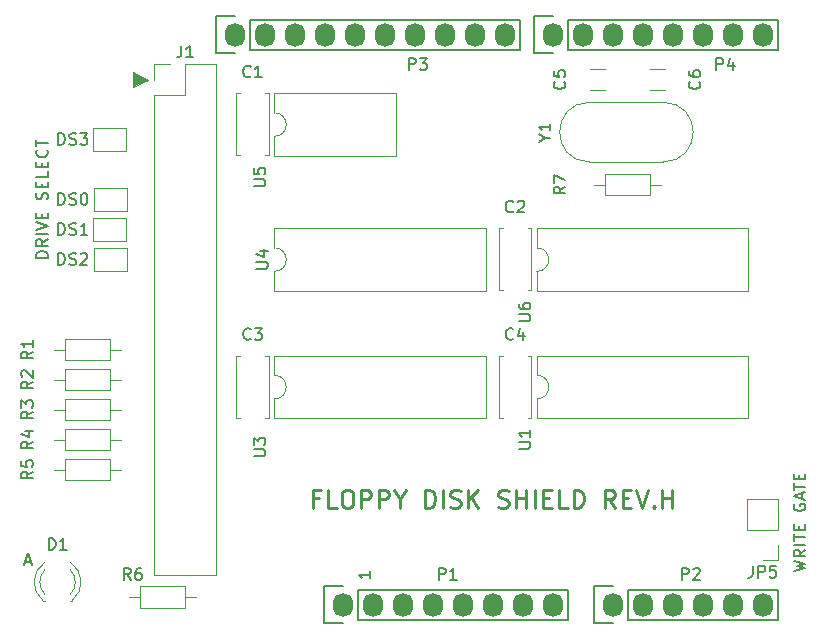
<source format=gto>
G04 #@! TF.GenerationSoftware,KiCad,Pcbnew,(6.0.7)*
G04 #@! TF.CreationDate,2022-09-30T08:14:15+09:00*
G04 #@! TF.ProjectId,fdshield,66647368-6965-46c6-942e-6b696361645f,rev?*
G04 #@! TF.SameCoordinates,Original*
G04 #@! TF.FileFunction,Legend,Top*
G04 #@! TF.FilePolarity,Positive*
%FSLAX46Y46*%
G04 Gerber Fmt 4.6, Leading zero omitted, Abs format (unit mm)*
G04 Created by KiCad (PCBNEW (6.0.7)) date 2022-09-30 08:14:15*
%MOMM*%
%LPD*%
G01*
G04 APERTURE LIST*
%ADD10C,0.150000*%
%ADD11C,0.100000*%
%ADD12C,0.250000*%
%ADD13C,0.120000*%
%ADD14O,1.727200X2.032000*%
G04 APERTURE END LIST*
D10*
X113990380Y-94463571D02*
X112990380Y-94463571D01*
X112990380Y-94225476D01*
X113038000Y-94082619D01*
X113133238Y-93987380D01*
X113228476Y-93939761D01*
X113418952Y-93892142D01*
X113561809Y-93892142D01*
X113752285Y-93939761D01*
X113847523Y-93987380D01*
X113942761Y-94082619D01*
X113990380Y-94225476D01*
X113990380Y-94463571D01*
X113990380Y-92892142D02*
X113514190Y-93225476D01*
X113990380Y-93463571D02*
X112990380Y-93463571D01*
X112990380Y-93082619D01*
X113038000Y-92987380D01*
X113085619Y-92939761D01*
X113180857Y-92892142D01*
X113323714Y-92892142D01*
X113418952Y-92939761D01*
X113466571Y-92987380D01*
X113514190Y-93082619D01*
X113514190Y-93463571D01*
X113990380Y-92463571D02*
X112990380Y-92463571D01*
X112990380Y-92130238D02*
X113990380Y-91796904D01*
X112990380Y-91463571D01*
X113466571Y-91130238D02*
X113466571Y-90796904D01*
X113990380Y-90654047D02*
X113990380Y-91130238D01*
X112990380Y-91130238D01*
X112990380Y-90654047D01*
X113942761Y-89511190D02*
X113990380Y-89368333D01*
X113990380Y-89130238D01*
X113942761Y-89035000D01*
X113895142Y-88987380D01*
X113799904Y-88939761D01*
X113704666Y-88939761D01*
X113609428Y-88987380D01*
X113561809Y-89035000D01*
X113514190Y-89130238D01*
X113466571Y-89320714D01*
X113418952Y-89415952D01*
X113371333Y-89463571D01*
X113276095Y-89511190D01*
X113180857Y-89511190D01*
X113085619Y-89463571D01*
X113038000Y-89415952D01*
X112990380Y-89320714D01*
X112990380Y-89082619D01*
X113038000Y-88939761D01*
X113466571Y-88511190D02*
X113466571Y-88177857D01*
X113990380Y-88035000D02*
X113990380Y-88511190D01*
X112990380Y-88511190D01*
X112990380Y-88035000D01*
X113990380Y-87130238D02*
X113990380Y-87606428D01*
X112990380Y-87606428D01*
X113466571Y-86796904D02*
X113466571Y-86463571D01*
X113990380Y-86320714D02*
X113990380Y-86796904D01*
X112990380Y-86796904D01*
X112990380Y-86320714D01*
X113895142Y-85320714D02*
X113942761Y-85368333D01*
X113990380Y-85511190D01*
X113990380Y-85606428D01*
X113942761Y-85749285D01*
X113847523Y-85844523D01*
X113752285Y-85892142D01*
X113561809Y-85939761D01*
X113418952Y-85939761D01*
X113228476Y-85892142D01*
X113133238Y-85844523D01*
X113038000Y-85749285D01*
X112990380Y-85606428D01*
X112990380Y-85511190D01*
X113038000Y-85368333D01*
X113085619Y-85320714D01*
X112990380Y-85035000D02*
X112990380Y-84463571D01*
X113990380Y-84749285D02*
X112990380Y-84749285D01*
D11*
G36*
X122428000Y-79375000D02*
G01*
X121158000Y-80010000D01*
X121158000Y-78740000D01*
X122428000Y-79375000D01*
G37*
X122428000Y-79375000D02*
X121158000Y-80010000D01*
X121158000Y-78740000D01*
X122428000Y-79375000D01*
D10*
X141295380Y-120999285D02*
X141295380Y-121570714D01*
X141295380Y-121285000D02*
X140295380Y-121285000D01*
X140438238Y-121380238D01*
X140533476Y-121475476D01*
X140581095Y-121570714D01*
D12*
X136923714Y-114827857D02*
X136423714Y-114827857D01*
X136423714Y-115613571D02*
X136423714Y-114113571D01*
X137138000Y-114113571D01*
X138423714Y-115613571D02*
X137709428Y-115613571D01*
X137709428Y-114113571D01*
X139209428Y-114113571D02*
X139495142Y-114113571D01*
X139638000Y-114185000D01*
X139780857Y-114327857D01*
X139852285Y-114613571D01*
X139852285Y-115113571D01*
X139780857Y-115399285D01*
X139638000Y-115542142D01*
X139495142Y-115613571D01*
X139209428Y-115613571D01*
X139066571Y-115542142D01*
X138923714Y-115399285D01*
X138852285Y-115113571D01*
X138852285Y-114613571D01*
X138923714Y-114327857D01*
X139066571Y-114185000D01*
X139209428Y-114113571D01*
X140495142Y-115613571D02*
X140495142Y-114113571D01*
X141066571Y-114113571D01*
X141209428Y-114185000D01*
X141280857Y-114256428D01*
X141352285Y-114399285D01*
X141352285Y-114613571D01*
X141280857Y-114756428D01*
X141209428Y-114827857D01*
X141066571Y-114899285D01*
X140495142Y-114899285D01*
X141995142Y-115613571D02*
X141995142Y-114113571D01*
X142566571Y-114113571D01*
X142709428Y-114185000D01*
X142780857Y-114256428D01*
X142852285Y-114399285D01*
X142852285Y-114613571D01*
X142780857Y-114756428D01*
X142709428Y-114827857D01*
X142566571Y-114899285D01*
X141995142Y-114899285D01*
X143780857Y-114899285D02*
X143780857Y-115613571D01*
X143280857Y-114113571D02*
X143780857Y-114899285D01*
X144280857Y-114113571D01*
X145923714Y-115613571D02*
X145923714Y-114113571D01*
X146280857Y-114113571D01*
X146495142Y-114185000D01*
X146638000Y-114327857D01*
X146709428Y-114470714D01*
X146780857Y-114756428D01*
X146780857Y-114970714D01*
X146709428Y-115256428D01*
X146638000Y-115399285D01*
X146495142Y-115542142D01*
X146280857Y-115613571D01*
X145923714Y-115613571D01*
X147423714Y-115613571D02*
X147423714Y-114113571D01*
X148066571Y-115542142D02*
X148280857Y-115613571D01*
X148638000Y-115613571D01*
X148780857Y-115542142D01*
X148852285Y-115470714D01*
X148923714Y-115327857D01*
X148923714Y-115185000D01*
X148852285Y-115042142D01*
X148780857Y-114970714D01*
X148638000Y-114899285D01*
X148352285Y-114827857D01*
X148209428Y-114756428D01*
X148138000Y-114685000D01*
X148066571Y-114542142D01*
X148066571Y-114399285D01*
X148138000Y-114256428D01*
X148209428Y-114185000D01*
X148352285Y-114113571D01*
X148709428Y-114113571D01*
X148923714Y-114185000D01*
X149566571Y-115613571D02*
X149566571Y-114113571D01*
X150423714Y-115613571D02*
X149780857Y-114756428D01*
X150423714Y-114113571D02*
X149566571Y-114970714D01*
X152138000Y-115542142D02*
X152352285Y-115613571D01*
X152709428Y-115613571D01*
X152852285Y-115542142D01*
X152923714Y-115470714D01*
X152995142Y-115327857D01*
X152995142Y-115185000D01*
X152923714Y-115042142D01*
X152852285Y-114970714D01*
X152709428Y-114899285D01*
X152423714Y-114827857D01*
X152280857Y-114756428D01*
X152209428Y-114685000D01*
X152138000Y-114542142D01*
X152138000Y-114399285D01*
X152209428Y-114256428D01*
X152280857Y-114185000D01*
X152423714Y-114113571D01*
X152780857Y-114113571D01*
X152995142Y-114185000D01*
X153638000Y-115613571D02*
X153638000Y-114113571D01*
X153638000Y-114827857D02*
X154495142Y-114827857D01*
X154495142Y-115613571D02*
X154495142Y-114113571D01*
X155209428Y-115613571D02*
X155209428Y-114113571D01*
X155923714Y-114827857D02*
X156423714Y-114827857D01*
X156638000Y-115613571D02*
X155923714Y-115613571D01*
X155923714Y-114113571D01*
X156638000Y-114113571D01*
X157995142Y-115613571D02*
X157280857Y-115613571D01*
X157280857Y-114113571D01*
X158495142Y-115613571D02*
X158495142Y-114113571D01*
X158852285Y-114113571D01*
X159066571Y-114185000D01*
X159209428Y-114327857D01*
X159280857Y-114470714D01*
X159352285Y-114756428D01*
X159352285Y-114970714D01*
X159280857Y-115256428D01*
X159209428Y-115399285D01*
X159066571Y-115542142D01*
X158852285Y-115613571D01*
X158495142Y-115613571D01*
X161995142Y-115613571D02*
X161495142Y-114899285D01*
X161138000Y-115613571D02*
X161138000Y-114113571D01*
X161709428Y-114113571D01*
X161852285Y-114185000D01*
X161923714Y-114256428D01*
X161995142Y-114399285D01*
X161995142Y-114613571D01*
X161923714Y-114756428D01*
X161852285Y-114827857D01*
X161709428Y-114899285D01*
X161138000Y-114899285D01*
X162638000Y-114827857D02*
X163138000Y-114827857D01*
X163352285Y-115613571D02*
X162638000Y-115613571D01*
X162638000Y-114113571D01*
X163352285Y-114113571D01*
X163780857Y-114113571D02*
X164280857Y-115613571D01*
X164780857Y-114113571D01*
X165280857Y-115470714D02*
X165352285Y-115542142D01*
X165280857Y-115613571D01*
X165209428Y-115542142D01*
X165280857Y-115470714D01*
X165280857Y-115613571D01*
X165995142Y-115613571D02*
X165995142Y-114113571D01*
X165995142Y-114827857D02*
X166852285Y-114827857D01*
X166852285Y-115613571D02*
X166852285Y-114113571D01*
D10*
X112029904Y-120181666D02*
X112506095Y-120181666D01*
X111934666Y-120467380D02*
X112268000Y-119467380D01*
X112601333Y-120467380D01*
G04 #@! TO.C,P1*
X147089904Y-121737380D02*
X147089904Y-120737380D01*
X147470857Y-120737380D01*
X147566095Y-120785000D01*
X147613714Y-120832619D01*
X147661333Y-120927857D01*
X147661333Y-121070714D01*
X147613714Y-121165952D01*
X147566095Y-121213571D01*
X147470857Y-121261190D01*
X147089904Y-121261190D01*
X148613714Y-121737380D02*
X148042285Y-121737380D01*
X148328000Y-121737380D02*
X148328000Y-120737380D01*
X148232761Y-120880238D01*
X148137523Y-120975476D01*
X148042285Y-121023095D01*
G04 #@! TO.C,P2*
X167663904Y-121737380D02*
X167663904Y-120737380D01*
X168044857Y-120737380D01*
X168140095Y-120785000D01*
X168187714Y-120832619D01*
X168235333Y-120927857D01*
X168235333Y-121070714D01*
X168187714Y-121165952D01*
X168140095Y-121213571D01*
X168044857Y-121261190D01*
X167663904Y-121261190D01*
X168616285Y-120832619D02*
X168663904Y-120785000D01*
X168759142Y-120737380D01*
X168997238Y-120737380D01*
X169092476Y-120785000D01*
X169140095Y-120832619D01*
X169187714Y-120927857D01*
X169187714Y-121023095D01*
X169140095Y-121165952D01*
X168568666Y-121737380D01*
X169187714Y-121737380D01*
G04 #@! TO.C,P3*
X144549904Y-78557380D02*
X144549904Y-77557380D01*
X144930857Y-77557380D01*
X145026095Y-77605000D01*
X145073714Y-77652619D01*
X145121333Y-77747857D01*
X145121333Y-77890714D01*
X145073714Y-77985952D01*
X145026095Y-78033571D01*
X144930857Y-78081190D01*
X144549904Y-78081190D01*
X145454666Y-77557380D02*
X146073714Y-77557380D01*
X145740380Y-77938333D01*
X145883238Y-77938333D01*
X145978476Y-77985952D01*
X146026095Y-78033571D01*
X146073714Y-78128809D01*
X146073714Y-78366904D01*
X146026095Y-78462142D01*
X145978476Y-78509761D01*
X145883238Y-78557380D01*
X145597523Y-78557380D01*
X145502285Y-78509761D01*
X145454666Y-78462142D01*
G04 #@! TO.C,P4*
X170584904Y-78557380D02*
X170584904Y-77557380D01*
X170965857Y-77557380D01*
X171061095Y-77605000D01*
X171108714Y-77652619D01*
X171156333Y-77747857D01*
X171156333Y-77890714D01*
X171108714Y-77985952D01*
X171061095Y-78033571D01*
X170965857Y-78081190D01*
X170584904Y-78081190D01*
X172013476Y-77890714D02*
X172013476Y-78557380D01*
X171775380Y-77509761D02*
X171537285Y-78224047D01*
X172156333Y-78224047D01*
G04 #@! TO.C,R6*
X120991333Y-121737380D02*
X120658000Y-121261190D01*
X120419904Y-121737380D02*
X120419904Y-120737380D01*
X120800857Y-120737380D01*
X120896095Y-120785000D01*
X120943714Y-120832619D01*
X120991333Y-120927857D01*
X120991333Y-121070714D01*
X120943714Y-121165952D01*
X120896095Y-121213571D01*
X120800857Y-121261190D01*
X120419904Y-121261190D01*
X121848476Y-120737380D02*
X121658000Y-120737380D01*
X121562761Y-120785000D01*
X121515142Y-120832619D01*
X121419904Y-120975476D01*
X121372285Y-121165952D01*
X121372285Y-121546904D01*
X121419904Y-121642142D01*
X121467523Y-121689761D01*
X121562761Y-121737380D01*
X121753238Y-121737380D01*
X121848476Y-121689761D01*
X121896095Y-121642142D01*
X121943714Y-121546904D01*
X121943714Y-121308809D01*
X121896095Y-121213571D01*
X121848476Y-121165952D01*
X121753238Y-121118333D01*
X121562761Y-121118333D01*
X121467523Y-121165952D01*
X121419904Y-121213571D01*
X121372285Y-121308809D01*
G04 #@! TO.C,J1*
X125269666Y-76497380D02*
X125269666Y-77211666D01*
X125222047Y-77354523D01*
X125126809Y-77449761D01*
X124983952Y-77497380D01*
X124888714Y-77497380D01*
X126269666Y-77497380D02*
X125698238Y-77497380D01*
X125983952Y-77497380D02*
X125983952Y-76497380D01*
X125888714Y-76640238D01*
X125793476Y-76735476D01*
X125698238Y-76783095D01*
G04 #@! TO.C,R5*
X112720380Y-112561666D02*
X112244190Y-112895000D01*
X112720380Y-113133095D02*
X111720380Y-113133095D01*
X111720380Y-112752142D01*
X111768000Y-112656904D01*
X111815619Y-112609285D01*
X111910857Y-112561666D01*
X112053714Y-112561666D01*
X112148952Y-112609285D01*
X112196571Y-112656904D01*
X112244190Y-112752142D01*
X112244190Y-113133095D01*
X111720380Y-111656904D02*
X111720380Y-112133095D01*
X112196571Y-112180714D01*
X112148952Y-112133095D01*
X112101333Y-112037857D01*
X112101333Y-111799761D01*
X112148952Y-111704523D01*
X112196571Y-111656904D01*
X112291809Y-111609285D01*
X112529904Y-111609285D01*
X112625142Y-111656904D01*
X112672761Y-111704523D01*
X112720380Y-111799761D01*
X112720380Y-112037857D01*
X112672761Y-112133095D01*
X112625142Y-112180714D01*
G04 #@! TO.C,R4*
X112720380Y-110021666D02*
X112244190Y-110355000D01*
X112720380Y-110593095D02*
X111720380Y-110593095D01*
X111720380Y-110212142D01*
X111768000Y-110116904D01*
X111815619Y-110069285D01*
X111910857Y-110021666D01*
X112053714Y-110021666D01*
X112148952Y-110069285D01*
X112196571Y-110116904D01*
X112244190Y-110212142D01*
X112244190Y-110593095D01*
X112053714Y-109164523D02*
X112720380Y-109164523D01*
X111672761Y-109402619D02*
X112387047Y-109640714D01*
X112387047Y-109021666D01*
G04 #@! TO.C,R3*
X112720380Y-107481666D02*
X112244190Y-107815000D01*
X112720380Y-108053095D02*
X111720380Y-108053095D01*
X111720380Y-107672142D01*
X111768000Y-107576904D01*
X111815619Y-107529285D01*
X111910857Y-107481666D01*
X112053714Y-107481666D01*
X112148952Y-107529285D01*
X112196571Y-107576904D01*
X112244190Y-107672142D01*
X112244190Y-108053095D01*
X111720380Y-107148333D02*
X111720380Y-106529285D01*
X112101333Y-106862619D01*
X112101333Y-106719761D01*
X112148952Y-106624523D01*
X112196571Y-106576904D01*
X112291809Y-106529285D01*
X112529904Y-106529285D01*
X112625142Y-106576904D01*
X112672761Y-106624523D01*
X112720380Y-106719761D01*
X112720380Y-107005476D01*
X112672761Y-107100714D01*
X112625142Y-107148333D01*
G04 #@! TO.C,R2*
X112720380Y-104941666D02*
X112244190Y-105275000D01*
X112720380Y-105513095D02*
X111720380Y-105513095D01*
X111720380Y-105132142D01*
X111768000Y-105036904D01*
X111815619Y-104989285D01*
X111910857Y-104941666D01*
X112053714Y-104941666D01*
X112148952Y-104989285D01*
X112196571Y-105036904D01*
X112244190Y-105132142D01*
X112244190Y-105513095D01*
X111815619Y-104560714D02*
X111768000Y-104513095D01*
X111720380Y-104417857D01*
X111720380Y-104179761D01*
X111768000Y-104084523D01*
X111815619Y-104036904D01*
X111910857Y-103989285D01*
X112006095Y-103989285D01*
X112148952Y-104036904D01*
X112720380Y-104608333D01*
X112720380Y-103989285D01*
G04 #@! TO.C,R1*
X112720380Y-102401666D02*
X112244190Y-102735000D01*
X112720380Y-102973095D02*
X111720380Y-102973095D01*
X111720380Y-102592142D01*
X111768000Y-102496904D01*
X111815619Y-102449285D01*
X111910857Y-102401666D01*
X112053714Y-102401666D01*
X112148952Y-102449285D01*
X112196571Y-102496904D01*
X112244190Y-102592142D01*
X112244190Y-102973095D01*
X112720380Y-101449285D02*
X112720380Y-102020714D01*
X112720380Y-101735000D02*
X111720380Y-101735000D01*
X111863238Y-101830238D01*
X111958476Y-101925476D01*
X112006095Y-102020714D01*
G04 #@! TO.C,DS0*
X114863714Y-89987380D02*
X114863714Y-88987380D01*
X115101809Y-88987380D01*
X115244666Y-89035000D01*
X115339904Y-89130238D01*
X115387523Y-89225476D01*
X115435142Y-89415952D01*
X115435142Y-89558809D01*
X115387523Y-89749285D01*
X115339904Y-89844523D01*
X115244666Y-89939761D01*
X115101809Y-89987380D01*
X114863714Y-89987380D01*
X115816095Y-89939761D02*
X115958952Y-89987380D01*
X116197047Y-89987380D01*
X116292285Y-89939761D01*
X116339904Y-89892142D01*
X116387523Y-89796904D01*
X116387523Y-89701666D01*
X116339904Y-89606428D01*
X116292285Y-89558809D01*
X116197047Y-89511190D01*
X116006571Y-89463571D01*
X115911333Y-89415952D01*
X115863714Y-89368333D01*
X115816095Y-89273095D01*
X115816095Y-89177857D01*
X115863714Y-89082619D01*
X115911333Y-89035000D01*
X116006571Y-88987380D01*
X116244666Y-88987380D01*
X116387523Y-89035000D01*
X117006571Y-88987380D02*
X117101809Y-88987380D01*
X117197047Y-89035000D01*
X117244666Y-89082619D01*
X117292285Y-89177857D01*
X117339904Y-89368333D01*
X117339904Y-89606428D01*
X117292285Y-89796904D01*
X117244666Y-89892142D01*
X117197047Y-89939761D01*
X117101809Y-89987380D01*
X117006571Y-89987380D01*
X116911333Y-89939761D01*
X116863714Y-89892142D01*
X116816095Y-89796904D01*
X116768476Y-89606428D01*
X116768476Y-89368333D01*
X116816095Y-89177857D01*
X116863714Y-89082619D01*
X116911333Y-89035000D01*
X117006571Y-88987380D01*
G04 #@! TO.C,C2*
X153376333Y-90527142D02*
X153328714Y-90574761D01*
X153185857Y-90622380D01*
X153090619Y-90622380D01*
X152947761Y-90574761D01*
X152852523Y-90479523D01*
X152804904Y-90384285D01*
X152757285Y-90193809D01*
X152757285Y-90050952D01*
X152804904Y-89860476D01*
X152852523Y-89765238D01*
X152947761Y-89670000D01*
X153090619Y-89622380D01*
X153185857Y-89622380D01*
X153328714Y-89670000D01*
X153376333Y-89717619D01*
X153757285Y-89717619D02*
X153804904Y-89670000D01*
X153900142Y-89622380D01*
X154138238Y-89622380D01*
X154233476Y-89670000D01*
X154281095Y-89717619D01*
X154328714Y-89812857D01*
X154328714Y-89908095D01*
X154281095Y-90050952D01*
X153709666Y-90622380D01*
X154328714Y-90622380D01*
G04 #@! TO.C,C4*
X153376333Y-101322142D02*
X153328714Y-101369761D01*
X153185857Y-101417380D01*
X153090619Y-101417380D01*
X152947761Y-101369761D01*
X152852523Y-101274523D01*
X152804904Y-101179285D01*
X152757285Y-100988809D01*
X152757285Y-100845952D01*
X152804904Y-100655476D01*
X152852523Y-100560238D01*
X152947761Y-100465000D01*
X153090619Y-100417380D01*
X153185857Y-100417380D01*
X153328714Y-100465000D01*
X153376333Y-100512619D01*
X154233476Y-100750714D02*
X154233476Y-101417380D01*
X153995380Y-100369761D02*
X153757285Y-101084047D01*
X154376333Y-101084047D01*
G04 #@! TO.C,C3*
X131151333Y-101322142D02*
X131103714Y-101369761D01*
X130960857Y-101417380D01*
X130865619Y-101417380D01*
X130722761Y-101369761D01*
X130627523Y-101274523D01*
X130579904Y-101179285D01*
X130532285Y-100988809D01*
X130532285Y-100845952D01*
X130579904Y-100655476D01*
X130627523Y-100560238D01*
X130722761Y-100465000D01*
X130865619Y-100417380D01*
X130960857Y-100417380D01*
X131103714Y-100465000D01*
X131151333Y-100512619D01*
X131484666Y-100417380D02*
X132103714Y-100417380D01*
X131770380Y-100798333D01*
X131913238Y-100798333D01*
X132008476Y-100845952D01*
X132056095Y-100893571D01*
X132103714Y-100988809D01*
X132103714Y-101226904D01*
X132056095Y-101322142D01*
X132008476Y-101369761D01*
X131913238Y-101417380D01*
X131627523Y-101417380D01*
X131532285Y-101369761D01*
X131484666Y-101322142D01*
G04 #@! TO.C,C1*
X131151333Y-79097142D02*
X131103714Y-79144761D01*
X130960857Y-79192380D01*
X130865619Y-79192380D01*
X130722761Y-79144761D01*
X130627523Y-79049523D01*
X130579904Y-78954285D01*
X130532285Y-78763809D01*
X130532285Y-78620952D01*
X130579904Y-78430476D01*
X130627523Y-78335238D01*
X130722761Y-78240000D01*
X130865619Y-78192380D01*
X130960857Y-78192380D01*
X131103714Y-78240000D01*
X131151333Y-78287619D01*
X132103714Y-79192380D02*
X131532285Y-79192380D01*
X131818000Y-79192380D02*
X131818000Y-78192380D01*
X131722761Y-78335238D01*
X131627523Y-78430476D01*
X131532285Y-78478095D01*
G04 #@! TO.C,U1*
X153840380Y-110616904D02*
X154649904Y-110616904D01*
X154745142Y-110569285D01*
X154792761Y-110521666D01*
X154840380Y-110426428D01*
X154840380Y-110235952D01*
X154792761Y-110140714D01*
X154745142Y-110093095D01*
X154649904Y-110045476D01*
X153840380Y-110045476D01*
X154840380Y-109045476D02*
X154840380Y-109616904D01*
X154840380Y-109331190D02*
X153840380Y-109331190D01*
X153983238Y-109426428D01*
X154078476Y-109521666D01*
X154126095Y-109616904D01*
G04 #@! TO.C,U3*
X131405380Y-111251904D02*
X132214904Y-111251904D01*
X132310142Y-111204285D01*
X132357761Y-111156666D01*
X132405380Y-111061428D01*
X132405380Y-110870952D01*
X132357761Y-110775714D01*
X132310142Y-110728095D01*
X132214904Y-110680476D01*
X131405380Y-110680476D01*
X131405380Y-110299523D02*
X131405380Y-109680476D01*
X131786333Y-110013809D01*
X131786333Y-109870952D01*
X131833952Y-109775714D01*
X131881571Y-109728095D01*
X131976809Y-109680476D01*
X132214904Y-109680476D01*
X132310142Y-109728095D01*
X132357761Y-109775714D01*
X132405380Y-109870952D01*
X132405380Y-110156666D01*
X132357761Y-110251904D01*
X132310142Y-110299523D01*
G04 #@! TO.C,U4*
X131615380Y-95376904D02*
X132424904Y-95376904D01*
X132520142Y-95329285D01*
X132567761Y-95281666D01*
X132615380Y-95186428D01*
X132615380Y-94995952D01*
X132567761Y-94900714D01*
X132520142Y-94853095D01*
X132424904Y-94805476D01*
X131615380Y-94805476D01*
X131948714Y-93900714D02*
X132615380Y-93900714D01*
X131567761Y-94138809D02*
X132282047Y-94376904D01*
X132282047Y-93757857D01*
G04 #@! TO.C,U5*
X131405380Y-88391904D02*
X132214904Y-88391904D01*
X132310142Y-88344285D01*
X132357761Y-88296666D01*
X132405380Y-88201428D01*
X132405380Y-88010952D01*
X132357761Y-87915714D01*
X132310142Y-87868095D01*
X132214904Y-87820476D01*
X131405380Y-87820476D01*
X131405380Y-86868095D02*
X131405380Y-87344285D01*
X131881571Y-87391904D01*
X131833952Y-87344285D01*
X131786333Y-87249047D01*
X131786333Y-87010952D01*
X131833952Y-86915714D01*
X131881571Y-86868095D01*
X131976809Y-86820476D01*
X132214904Y-86820476D01*
X132310142Y-86868095D01*
X132357761Y-86915714D01*
X132405380Y-87010952D01*
X132405380Y-87249047D01*
X132357761Y-87344285D01*
X132310142Y-87391904D01*
G04 #@! TO.C,D1*
X114069904Y-119197380D02*
X114069904Y-118197380D01*
X114308000Y-118197380D01*
X114450857Y-118245000D01*
X114546095Y-118340238D01*
X114593714Y-118435476D01*
X114641333Y-118625952D01*
X114641333Y-118768809D01*
X114593714Y-118959285D01*
X114546095Y-119054523D01*
X114450857Y-119149761D01*
X114308000Y-119197380D01*
X114069904Y-119197380D01*
X115593714Y-119197380D02*
X115022285Y-119197380D01*
X115308000Y-119197380D02*
X115308000Y-118197380D01*
X115212761Y-118340238D01*
X115117523Y-118435476D01*
X115022285Y-118483095D01*
G04 #@! TO.C,U6*
X153840380Y-99821904D02*
X154649904Y-99821904D01*
X154745142Y-99774285D01*
X154792761Y-99726666D01*
X154840380Y-99631428D01*
X154840380Y-99440952D01*
X154792761Y-99345714D01*
X154745142Y-99298095D01*
X154649904Y-99250476D01*
X153840380Y-99250476D01*
X153840380Y-98345714D02*
X153840380Y-98536190D01*
X153888000Y-98631428D01*
X153935619Y-98679047D01*
X154078476Y-98774285D01*
X154268952Y-98821904D01*
X154649904Y-98821904D01*
X154745142Y-98774285D01*
X154792761Y-98726666D01*
X154840380Y-98631428D01*
X154840380Y-98440952D01*
X154792761Y-98345714D01*
X154745142Y-98298095D01*
X154649904Y-98250476D01*
X154411809Y-98250476D01*
X154316571Y-98298095D01*
X154268952Y-98345714D01*
X154221333Y-98440952D01*
X154221333Y-98631428D01*
X154268952Y-98726666D01*
X154316571Y-98774285D01*
X154411809Y-98821904D01*
G04 #@! TO.C,R7*
X157805380Y-88431666D02*
X157329190Y-88765000D01*
X157805380Y-89003095D02*
X156805380Y-89003095D01*
X156805380Y-88622142D01*
X156853000Y-88526904D01*
X156900619Y-88479285D01*
X156995857Y-88431666D01*
X157138714Y-88431666D01*
X157233952Y-88479285D01*
X157281571Y-88526904D01*
X157329190Y-88622142D01*
X157329190Y-89003095D01*
X156805380Y-88098333D02*
X156805380Y-87431666D01*
X157805380Y-87860238D01*
G04 #@! TO.C,C5*
X157710142Y-79541666D02*
X157757761Y-79589285D01*
X157805380Y-79732142D01*
X157805380Y-79827380D01*
X157757761Y-79970238D01*
X157662523Y-80065476D01*
X157567285Y-80113095D01*
X157376809Y-80160714D01*
X157233952Y-80160714D01*
X157043476Y-80113095D01*
X156948238Y-80065476D01*
X156853000Y-79970238D01*
X156805380Y-79827380D01*
X156805380Y-79732142D01*
X156853000Y-79589285D01*
X156900619Y-79541666D01*
X156805380Y-78636904D02*
X156805380Y-79113095D01*
X157281571Y-79160714D01*
X157233952Y-79113095D01*
X157186333Y-79017857D01*
X157186333Y-78779761D01*
X157233952Y-78684523D01*
X157281571Y-78636904D01*
X157376809Y-78589285D01*
X157614904Y-78589285D01*
X157710142Y-78636904D01*
X157757761Y-78684523D01*
X157805380Y-78779761D01*
X157805380Y-79017857D01*
X157757761Y-79113095D01*
X157710142Y-79160714D01*
G04 #@! TO.C,C6*
X169140142Y-79541666D02*
X169187761Y-79589285D01*
X169235380Y-79732142D01*
X169235380Y-79827380D01*
X169187761Y-79970238D01*
X169092523Y-80065476D01*
X168997285Y-80113095D01*
X168806809Y-80160714D01*
X168663952Y-80160714D01*
X168473476Y-80113095D01*
X168378238Y-80065476D01*
X168283000Y-79970238D01*
X168235380Y-79827380D01*
X168235380Y-79732142D01*
X168283000Y-79589285D01*
X168330619Y-79541666D01*
X168235380Y-78684523D02*
X168235380Y-78875000D01*
X168283000Y-78970238D01*
X168330619Y-79017857D01*
X168473476Y-79113095D01*
X168663952Y-79160714D01*
X169044904Y-79160714D01*
X169140142Y-79113095D01*
X169187761Y-79065476D01*
X169235380Y-78970238D01*
X169235380Y-78779761D01*
X169187761Y-78684523D01*
X169140142Y-78636904D01*
X169044904Y-78589285D01*
X168806809Y-78589285D01*
X168711571Y-78636904D01*
X168663952Y-78684523D01*
X168616333Y-78779761D01*
X168616333Y-78970238D01*
X168663952Y-79065476D01*
X168711571Y-79113095D01*
X168806809Y-79160714D01*
G04 #@! TO.C,Y1*
X156059190Y-84296190D02*
X156535380Y-84296190D01*
X155535380Y-84629523D02*
X156059190Y-84296190D01*
X155535380Y-83962857D01*
X156535380Y-83105714D02*
X156535380Y-83677142D01*
X156535380Y-83391428D02*
X155535380Y-83391428D01*
X155678238Y-83486666D01*
X155773476Y-83581904D01*
X155821095Y-83677142D01*
G04 #@! TO.C,DS2*
X114863714Y-95067380D02*
X114863714Y-94067380D01*
X115101809Y-94067380D01*
X115244666Y-94115000D01*
X115339904Y-94210238D01*
X115387523Y-94305476D01*
X115435142Y-94495952D01*
X115435142Y-94638809D01*
X115387523Y-94829285D01*
X115339904Y-94924523D01*
X115244666Y-95019761D01*
X115101809Y-95067380D01*
X114863714Y-95067380D01*
X115816095Y-95019761D02*
X115958952Y-95067380D01*
X116197047Y-95067380D01*
X116292285Y-95019761D01*
X116339904Y-94972142D01*
X116387523Y-94876904D01*
X116387523Y-94781666D01*
X116339904Y-94686428D01*
X116292285Y-94638809D01*
X116197047Y-94591190D01*
X116006571Y-94543571D01*
X115911333Y-94495952D01*
X115863714Y-94448333D01*
X115816095Y-94353095D01*
X115816095Y-94257857D01*
X115863714Y-94162619D01*
X115911333Y-94115000D01*
X116006571Y-94067380D01*
X116244666Y-94067380D01*
X116387523Y-94115000D01*
X116768476Y-94162619D02*
X116816095Y-94115000D01*
X116911333Y-94067380D01*
X117149428Y-94067380D01*
X117244666Y-94115000D01*
X117292285Y-94162619D01*
X117339904Y-94257857D01*
X117339904Y-94353095D01*
X117292285Y-94495952D01*
X116720857Y-95067380D01*
X117339904Y-95067380D01*
G04 #@! TO.C,DS3*
X114863714Y-84907380D02*
X114863714Y-83907380D01*
X115101809Y-83907380D01*
X115244666Y-83955000D01*
X115339904Y-84050238D01*
X115387523Y-84145476D01*
X115435142Y-84335952D01*
X115435142Y-84478809D01*
X115387523Y-84669285D01*
X115339904Y-84764523D01*
X115244666Y-84859761D01*
X115101809Y-84907380D01*
X114863714Y-84907380D01*
X115816095Y-84859761D02*
X115958952Y-84907380D01*
X116197047Y-84907380D01*
X116292285Y-84859761D01*
X116339904Y-84812142D01*
X116387523Y-84716904D01*
X116387523Y-84621666D01*
X116339904Y-84526428D01*
X116292285Y-84478809D01*
X116197047Y-84431190D01*
X116006571Y-84383571D01*
X115911333Y-84335952D01*
X115863714Y-84288333D01*
X115816095Y-84193095D01*
X115816095Y-84097857D01*
X115863714Y-84002619D01*
X115911333Y-83955000D01*
X116006571Y-83907380D01*
X116244666Y-83907380D01*
X116387523Y-83955000D01*
X116720857Y-83907380D02*
X117339904Y-83907380D01*
X117006571Y-84288333D01*
X117149428Y-84288333D01*
X117244666Y-84335952D01*
X117292285Y-84383571D01*
X117339904Y-84478809D01*
X117339904Y-84716904D01*
X117292285Y-84812142D01*
X117244666Y-84859761D01*
X117149428Y-84907380D01*
X116863714Y-84907380D01*
X116768476Y-84859761D01*
X116720857Y-84812142D01*
G04 #@! TO.C,DS1*
X114863714Y-92527380D02*
X114863714Y-91527380D01*
X115101809Y-91527380D01*
X115244666Y-91575000D01*
X115339904Y-91670238D01*
X115387523Y-91765476D01*
X115435142Y-91955952D01*
X115435142Y-92098809D01*
X115387523Y-92289285D01*
X115339904Y-92384523D01*
X115244666Y-92479761D01*
X115101809Y-92527380D01*
X114863714Y-92527380D01*
X115816095Y-92479761D02*
X115958952Y-92527380D01*
X116197047Y-92527380D01*
X116292285Y-92479761D01*
X116339904Y-92432142D01*
X116387523Y-92336904D01*
X116387523Y-92241666D01*
X116339904Y-92146428D01*
X116292285Y-92098809D01*
X116197047Y-92051190D01*
X116006571Y-92003571D01*
X115911333Y-91955952D01*
X115863714Y-91908333D01*
X115816095Y-91813095D01*
X115816095Y-91717857D01*
X115863714Y-91622619D01*
X115911333Y-91575000D01*
X116006571Y-91527380D01*
X116244666Y-91527380D01*
X116387523Y-91575000D01*
X117339904Y-92527380D02*
X116768476Y-92527380D01*
X117054190Y-92527380D02*
X117054190Y-91527380D01*
X116958952Y-91670238D01*
X116863714Y-91765476D01*
X116768476Y-91813095D01*
G04 #@! TO.C,JP5*
X173664666Y-120532380D02*
X173664666Y-121246666D01*
X173617047Y-121389523D01*
X173521809Y-121484761D01*
X173378952Y-121532380D01*
X173283714Y-121532380D01*
X174140857Y-121532380D02*
X174140857Y-120532380D01*
X174521809Y-120532380D01*
X174617047Y-120580000D01*
X174664666Y-120627619D01*
X174712285Y-120722857D01*
X174712285Y-120865714D01*
X174664666Y-120960952D01*
X174617047Y-121008571D01*
X174521809Y-121056190D01*
X174140857Y-121056190D01*
X175617047Y-120532380D02*
X175140857Y-120532380D01*
X175093238Y-121008571D01*
X175140857Y-120960952D01*
X175236095Y-120913333D01*
X175474190Y-120913333D01*
X175569428Y-120960952D01*
X175617047Y-121008571D01*
X175664666Y-121103809D01*
X175664666Y-121341904D01*
X175617047Y-121437142D01*
X175569428Y-121484761D01*
X175474190Y-121532380D01*
X175236095Y-121532380D01*
X175140857Y-121484761D01*
X175093238Y-121437142D01*
X177125380Y-120982857D02*
X178125380Y-120744761D01*
X177411095Y-120554285D01*
X178125380Y-120363809D01*
X177125380Y-120125714D01*
X178125380Y-119173333D02*
X177649190Y-119506666D01*
X178125380Y-119744761D02*
X177125380Y-119744761D01*
X177125380Y-119363809D01*
X177173000Y-119268571D01*
X177220619Y-119220952D01*
X177315857Y-119173333D01*
X177458714Y-119173333D01*
X177553952Y-119220952D01*
X177601571Y-119268571D01*
X177649190Y-119363809D01*
X177649190Y-119744761D01*
X178125380Y-118744761D02*
X177125380Y-118744761D01*
X177125380Y-118411428D02*
X177125380Y-117840000D01*
X178125380Y-118125714D02*
X177125380Y-118125714D01*
X177601571Y-117506666D02*
X177601571Y-117173333D01*
X178125380Y-117030476D02*
X178125380Y-117506666D01*
X177125380Y-117506666D01*
X177125380Y-117030476D01*
X177173000Y-115316190D02*
X177125380Y-115411428D01*
X177125380Y-115554285D01*
X177173000Y-115697142D01*
X177268238Y-115792380D01*
X177363476Y-115840000D01*
X177553952Y-115887619D01*
X177696809Y-115887619D01*
X177887285Y-115840000D01*
X177982523Y-115792380D01*
X178077761Y-115697142D01*
X178125380Y-115554285D01*
X178125380Y-115459047D01*
X178077761Y-115316190D01*
X178030142Y-115268571D01*
X177696809Y-115268571D01*
X177696809Y-115459047D01*
X177839666Y-114887619D02*
X177839666Y-114411428D01*
X178125380Y-114982857D02*
X177125380Y-114649523D01*
X178125380Y-114316190D01*
X177125380Y-114125714D02*
X177125380Y-113554285D01*
X178125380Y-113840000D02*
X177125380Y-113840000D01*
X177601571Y-113220952D02*
X177601571Y-112887619D01*
X178125380Y-112744761D02*
X178125380Y-113220952D01*
X177125380Y-113220952D01*
X177125380Y-112744761D01*
G04 #@! TO.C,P1*
X140208000Y-125095000D02*
X140208000Y-122555000D01*
X140208000Y-125095000D02*
X157988000Y-125095000D01*
X157988000Y-122555000D02*
X140208000Y-122555000D01*
X157988000Y-125095000D02*
X157988000Y-122555000D01*
X138938000Y-122275000D02*
X137388000Y-122275000D01*
X137388000Y-125375000D02*
X138938000Y-125375000D01*
X137388000Y-122275000D02*
X137388000Y-125375000D01*
G04 #@! TO.C,P2*
X175768000Y-125095000D02*
X175768000Y-122555000D01*
X160248000Y-125375000D02*
X161798000Y-125375000D01*
X163068000Y-125095000D02*
X163068000Y-122555000D01*
X160248000Y-122275000D02*
X160248000Y-125375000D01*
X175768000Y-122555000D02*
X163068000Y-122555000D01*
X163068000Y-125095000D02*
X175768000Y-125095000D01*
X161798000Y-122275000D02*
X160248000Y-122275000D01*
G04 #@! TO.C,P3*
X129794000Y-74015000D02*
X128244000Y-74015000D01*
X128244000Y-74015000D02*
X128244000Y-77115000D01*
X153924000Y-76835000D02*
X153924000Y-74295000D01*
X153924000Y-74295000D02*
X131064000Y-74295000D01*
X128244000Y-77115000D02*
X129794000Y-77115000D01*
X131064000Y-76835000D02*
X131064000Y-74295000D01*
X131064000Y-76835000D02*
X153924000Y-76835000D01*
G04 #@! TO.C,P4*
X175768000Y-74295000D02*
X157988000Y-74295000D01*
X156718000Y-74015000D02*
X155168000Y-74015000D01*
X155168000Y-74015000D02*
X155168000Y-77115000D01*
X175768000Y-76835000D02*
X175768000Y-74295000D01*
X155168000Y-77115000D02*
X156718000Y-77115000D01*
X157988000Y-76835000D02*
X157988000Y-74295000D01*
X157988000Y-76835000D02*
X175768000Y-76835000D01*
D13*
G04 #@! TO.C,R6*
X121778000Y-122270000D02*
X121778000Y-124110000D01*
X125618000Y-122270000D02*
X121778000Y-122270000D01*
X121778000Y-124110000D02*
X125618000Y-124110000D01*
X120828000Y-123190000D02*
X121778000Y-123190000D01*
X125618000Y-124110000D02*
X125618000Y-122270000D01*
X126568000Y-123190000D02*
X125618000Y-123190000D01*
G04 #@! TO.C,J1*
X123003000Y-121345000D02*
X128203000Y-121345000D01*
X128203000Y-78045000D02*
X128203000Y-121345000D01*
X123003000Y-80645000D02*
X123003000Y-121345000D01*
X123003000Y-80645000D02*
X125603000Y-80645000D01*
X123003000Y-79375000D02*
X123003000Y-78045000D01*
X125603000Y-78045000D02*
X128203000Y-78045000D01*
X123003000Y-78045000D02*
X124333000Y-78045000D01*
X125603000Y-80645000D02*
X125603000Y-78045000D01*
G04 #@! TO.C,R5*
X119268000Y-111475000D02*
X115428000Y-111475000D01*
X114478000Y-112395000D02*
X115428000Y-112395000D01*
X115428000Y-113315000D02*
X119268000Y-113315000D01*
X120218000Y-112395000D02*
X119268000Y-112395000D01*
X115428000Y-111475000D02*
X115428000Y-113315000D01*
X119268000Y-113315000D02*
X119268000Y-111475000D01*
G04 #@! TO.C,R4*
X115428000Y-108935000D02*
X115428000Y-110775000D01*
X114478000Y-109855000D02*
X115428000Y-109855000D01*
X120218000Y-109855000D02*
X119268000Y-109855000D01*
X119268000Y-108935000D02*
X115428000Y-108935000D01*
X119268000Y-110775000D02*
X119268000Y-108935000D01*
X115428000Y-110775000D02*
X119268000Y-110775000D01*
G04 #@! TO.C,R3*
X120218000Y-107315000D02*
X119268000Y-107315000D01*
X115428000Y-106395000D02*
X115428000Y-108235000D01*
X114478000Y-107315000D02*
X115428000Y-107315000D01*
X119268000Y-108235000D02*
X119268000Y-106395000D01*
X115428000Y-108235000D02*
X119268000Y-108235000D01*
X119268000Y-106395000D02*
X115428000Y-106395000D01*
G04 #@! TO.C,R2*
X115428000Y-105695000D02*
X119268000Y-105695000D01*
X114478000Y-104775000D02*
X115428000Y-104775000D01*
X115428000Y-103855000D02*
X115428000Y-105695000D01*
X119268000Y-105695000D02*
X119268000Y-103855000D01*
X119268000Y-103855000D02*
X115428000Y-103855000D01*
X120218000Y-104775000D02*
X119268000Y-104775000D01*
G04 #@! TO.C,R1*
X114478000Y-102235000D02*
X115428000Y-102235000D01*
X115428000Y-101315000D02*
X115428000Y-103155000D01*
X120218000Y-102235000D02*
X119268000Y-102235000D01*
X119268000Y-103155000D02*
X119268000Y-101315000D01*
X119268000Y-101315000D02*
X115428000Y-101315000D01*
X115428000Y-103155000D02*
X119268000Y-103155000D01*
G04 #@! TO.C,DS0*
X120653000Y-90535000D02*
X117853000Y-90535000D01*
X117853000Y-90535000D02*
X117853000Y-88535000D01*
X120653000Y-88535000D02*
X120653000Y-90535000D01*
X117853000Y-88535000D02*
X120653000Y-88535000D01*
G04 #@! TO.C,C2*
X152488000Y-97195000D02*
X152173000Y-97195000D01*
X154913000Y-97195000D02*
X154598000Y-97195000D01*
X152173000Y-91955000D02*
X152173000Y-97195000D01*
X154913000Y-91955000D02*
X154913000Y-97195000D01*
X152488000Y-91955000D02*
X152173000Y-91955000D01*
X154913000Y-91955000D02*
X154598000Y-91955000D01*
G04 #@! TO.C,C4*
X152173000Y-102750000D02*
X152173000Y-107990000D01*
X154913000Y-102750000D02*
X154598000Y-102750000D01*
X154913000Y-102750000D02*
X154913000Y-107990000D01*
X152488000Y-102750000D02*
X152173000Y-102750000D01*
X152488000Y-107990000D02*
X152173000Y-107990000D01*
X154913000Y-107990000D02*
X154598000Y-107990000D01*
G04 #@! TO.C,C3*
X129948000Y-102750000D02*
X129948000Y-107990000D01*
X130263000Y-107990000D02*
X129948000Y-107990000D01*
X130263000Y-102750000D02*
X129948000Y-102750000D01*
X132688000Y-102750000D02*
X132688000Y-107990000D01*
X132688000Y-102750000D02*
X132373000Y-102750000D01*
X132688000Y-107990000D02*
X132373000Y-107990000D01*
G04 #@! TO.C,C1*
X132688000Y-80525000D02*
X132373000Y-80525000D01*
X132688000Y-85765000D02*
X132373000Y-85765000D01*
X132688000Y-80525000D02*
X132688000Y-85765000D01*
X129948000Y-80525000D02*
X129948000Y-85765000D01*
X130263000Y-80525000D02*
X129948000Y-80525000D01*
X130263000Y-85765000D02*
X129948000Y-85765000D01*
G04 #@! TO.C,U1*
X155388000Y-106410000D02*
X155388000Y-108060000D01*
X155388000Y-102760000D02*
X155388000Y-104410000D01*
X173288000Y-108060000D02*
X173288000Y-102760000D01*
X173288000Y-102760000D02*
X155388000Y-102760000D01*
X155388000Y-108060000D02*
X173288000Y-108060000D01*
X155388000Y-106410000D02*
G75*
G03*
X155388000Y-104410000I0J1000000D01*
G01*
G04 #@! TO.C,U3*
X133163000Y-106410000D02*
X133163000Y-108060000D01*
X133163000Y-108060000D02*
X151063000Y-108060000D01*
X151063000Y-102760000D02*
X133163000Y-102760000D01*
X133163000Y-102760000D02*
X133163000Y-104410000D01*
X151063000Y-108060000D02*
X151063000Y-102760000D01*
X133163000Y-106410000D02*
G75*
G03*
X133163000Y-104410000I0J1000000D01*
G01*
G04 #@! TO.C,U4*
X151063000Y-97265000D02*
X151063000Y-91965000D01*
X133163000Y-97265000D02*
X151063000Y-97265000D01*
X151063000Y-91965000D02*
X133163000Y-91965000D01*
X133163000Y-95615000D02*
X133163000Y-97265000D01*
X133163000Y-91965000D02*
X133163000Y-93615000D01*
X133163000Y-95615000D02*
G75*
G03*
X133163000Y-93615000I0J1000000D01*
G01*
G04 #@! TO.C,U5*
X133163000Y-85835000D02*
X143443000Y-85835000D01*
X143443000Y-85835000D02*
X143443000Y-80535000D01*
X133163000Y-84185000D02*
X133163000Y-85835000D01*
X143443000Y-80535000D02*
X133163000Y-80535000D01*
X133163000Y-80535000D02*
X133163000Y-82185000D01*
X133163000Y-84185000D02*
G75*
G03*
X133163000Y-82185000I0J1000000D01*
G01*
G04 #@! TO.C,D1*
X115888000Y-123480000D02*
X116044000Y-123480000D01*
X113572000Y-123480000D02*
X113728000Y-123480000D01*
X115888000Y-122960961D02*
G75*
G03*
X115887837Y-120878870I-1080000J1040961D01*
G01*
X116043516Y-123480000D02*
G75*
G03*
X115886608Y-120247665I-1235516J1560000D01*
G01*
X113728163Y-120878870D02*
G75*
G03*
X113728000Y-122960961I1079837J-1041130D01*
G01*
X113729392Y-120247665D02*
G75*
G03*
X113572484Y-123480000I1078608J-1672335D01*
G01*
G04 #@! TO.C,U6*
X173288000Y-91965000D02*
X155388000Y-91965000D01*
X155388000Y-91965000D02*
X155388000Y-93615000D01*
X155388000Y-97265000D02*
X173288000Y-97265000D01*
X155388000Y-95615000D02*
X155388000Y-97265000D01*
X173288000Y-97265000D02*
X173288000Y-91965000D01*
X155388000Y-95615000D02*
G75*
G03*
X155388000Y-93615000I0J1000000D01*
G01*
G04 #@! TO.C,R7*
X160198000Y-88265000D02*
X161148000Y-88265000D01*
X164988000Y-87345000D02*
X161148000Y-87345000D01*
X161148000Y-87345000D02*
X161148000Y-89185000D01*
X164988000Y-89185000D02*
X164988000Y-87345000D01*
X161148000Y-89185000D02*
X164988000Y-89185000D01*
X165938000Y-88265000D02*
X164988000Y-88265000D01*
G04 #@! TO.C,C5*
X159879000Y-80295000D02*
X161137000Y-80295000D01*
X159879000Y-78455000D02*
X161137000Y-78455000D01*
G04 #@! TO.C,C6*
X166257000Y-78455000D02*
X164999000Y-78455000D01*
X166257000Y-80295000D02*
X164999000Y-80295000D01*
G04 #@! TO.C,Y1*
X159843000Y-86345000D02*
X166093000Y-86345000D01*
X159843000Y-81295000D02*
X166093000Y-81295000D01*
X159843000Y-81295000D02*
G75*
G03*
X159843000Y-86345000I0J-2525000D01*
G01*
X166093000Y-86345000D02*
G75*
G03*
X166093000Y-81295000I0J2525000D01*
G01*
G04 #@! TO.C,DS2*
X120653000Y-95615000D02*
X117853000Y-95615000D01*
X120653000Y-93615000D02*
X120653000Y-95615000D01*
X117853000Y-93615000D02*
X120653000Y-93615000D01*
X117853000Y-95615000D02*
X117853000Y-93615000D01*
G04 #@! TO.C,DS3*
X117838000Y-83455000D02*
X120638000Y-83455000D01*
X120638000Y-83455000D02*
X120638000Y-85455000D01*
X117838000Y-85455000D02*
X117838000Y-83455000D01*
X120638000Y-85455000D02*
X117838000Y-85455000D01*
G04 #@! TO.C,DS1*
X117838000Y-91075000D02*
X120638000Y-91075000D01*
X117838000Y-93075000D02*
X117838000Y-91075000D01*
X120638000Y-91075000D02*
X120638000Y-93075000D01*
X120638000Y-93075000D02*
X117838000Y-93075000D01*
G04 #@! TO.C,JP5*
X173168000Y-117480000D02*
X173168000Y-114880000D01*
X175828000Y-118750000D02*
X175828000Y-120080000D01*
X175828000Y-114880000D02*
X173168000Y-114880000D01*
X175828000Y-117480000D02*
X175828000Y-114880000D01*
X175828000Y-117480000D02*
X173168000Y-117480000D01*
X175828000Y-120080000D02*
X174498000Y-120080000D01*
G04 #@! TD*
D14*
G04 #@! TO.C,P1*
X138938000Y-123825000D03*
X141478000Y-123825000D03*
X144018000Y-123825000D03*
X146558000Y-123825000D03*
X149098000Y-123825000D03*
X151638000Y-123825000D03*
X154178000Y-123825000D03*
X156718000Y-123825000D03*
G04 #@! TD*
G04 #@! TO.C,P2*
X161798000Y-123825000D03*
X164338000Y-123825000D03*
X166878000Y-123825000D03*
X169418000Y-123825000D03*
X171958000Y-123825000D03*
X174498000Y-123825000D03*
G04 #@! TD*
G04 #@! TO.C,P3*
X129794000Y-75565000D03*
X132334000Y-75565000D03*
X134874000Y-75565000D03*
X137414000Y-75565000D03*
X139954000Y-75565000D03*
X142494000Y-75565000D03*
X145034000Y-75565000D03*
X147574000Y-75565000D03*
X150114000Y-75565000D03*
X152654000Y-75565000D03*
G04 #@! TD*
G04 #@! TO.C,P4*
X156718000Y-75565000D03*
X159258000Y-75565000D03*
X161798000Y-75565000D03*
X164338000Y-75565000D03*
X166878000Y-75565000D03*
X169418000Y-75565000D03*
X171958000Y-75565000D03*
X174498000Y-75565000D03*
G04 #@! TD*
M02*

</source>
